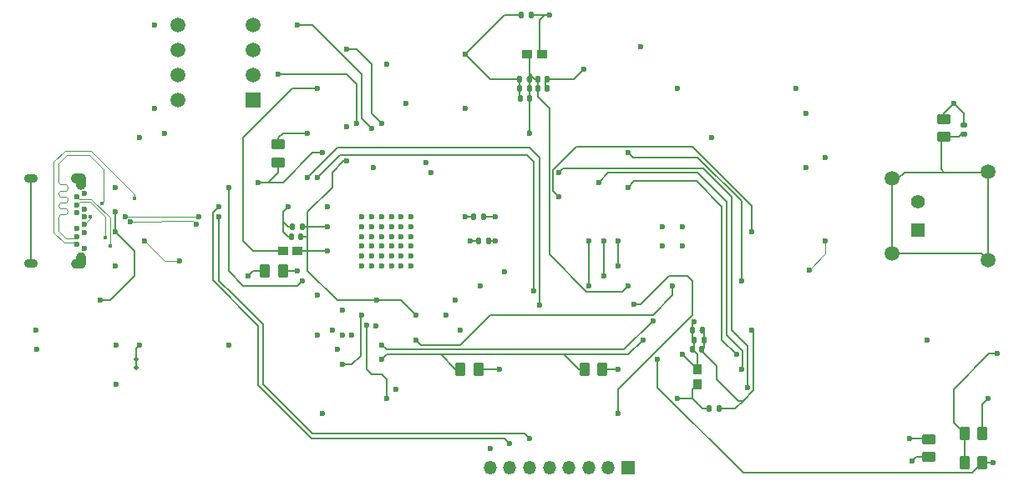
<source format=gbr>
%TF.GenerationSoftware,KiCad,Pcbnew,8.0.2*%
%TF.CreationDate,2025-01-31T23:59:09-08:00*%
%TF.ProjectId,design_revb_2chip,64657369-676e-45f7-9265-76625f326368,rev?*%
%TF.SameCoordinates,Original*%
%TF.FileFunction,Copper,L4,Bot*%
%TF.FilePolarity,Positive*%
%FSLAX46Y46*%
G04 Gerber Fmt 4.6, Leading zero omitted, Abs format (unit mm)*
G04 Created by KiCad (PCBNEW 8.0.2) date 2025-01-31 23:59:09*
%MOMM*%
%LPD*%
G01*
G04 APERTURE LIST*
G04 Aperture macros list*
%AMRoundRect*
0 Rectangle with rounded corners*
0 $1 Rounding radius*
0 $2 $3 $4 $5 $6 $7 $8 $9 X,Y pos of 4 corners*
0 Add a 4 corners polygon primitive as box body*
4,1,4,$2,$3,$4,$5,$6,$7,$8,$9,$2,$3,0*
0 Add four circle primitives for the rounded corners*
1,1,$1+$1,$2,$3*
1,1,$1+$1,$4,$5*
1,1,$1+$1,$6,$7*
1,1,$1+$1,$8,$9*
0 Add four rect primitives between the rounded corners*
20,1,$1+$1,$2,$3,$4,$5,0*
20,1,$1+$1,$4,$5,$6,$7,0*
20,1,$1+$1,$6,$7,$8,$9,0*
20,1,$1+$1,$8,$9,$2,$3,0*%
G04 Aperture macros list end*
%TA.AperFunction,EtchedComponent*%
%ADD10C,0.010000*%
%TD*%
%TA.AperFunction,SMDPad,CuDef*%
%ADD11RoundRect,0.140000X-0.140000X-0.170000X0.140000X-0.170000X0.140000X0.170000X-0.140000X0.170000X0*%
%TD*%
%TA.AperFunction,SMDPad,CuDef*%
%ADD12RoundRect,0.140000X0.140000X0.170000X-0.140000X0.170000X-0.140000X-0.170000X0.140000X-0.170000X0*%
%TD*%
%TA.AperFunction,ComponentPad*%
%ADD13C,0.499999*%
%TD*%
%TA.AperFunction,ComponentPad*%
%ADD14C,0.600000*%
%TD*%
%TA.AperFunction,ComponentPad*%
%ADD15C,0.900000*%
%TD*%
%TA.AperFunction,ComponentPad*%
%ADD16O,1.400000X0.900000*%
%TD*%
%TA.AperFunction,ComponentPad*%
%ADD17R,1.350000X1.350000*%
%TD*%
%TA.AperFunction,ComponentPad*%
%ADD18O,1.350000X1.350000*%
%TD*%
%TA.AperFunction,ComponentPad*%
%ADD19R,1.498600X1.498600*%
%TD*%
%TA.AperFunction,ComponentPad*%
%ADD20C,1.498600*%
%TD*%
%TA.AperFunction,SMDPad,CuDef*%
%ADD21R,1.000000X0.970000*%
%TD*%
%TA.AperFunction,SMDPad,CuDef*%
%ADD22RoundRect,0.250000X-0.262500X-0.450000X0.262500X-0.450000X0.262500X0.450000X-0.262500X0.450000X0*%
%TD*%
%TA.AperFunction,SMDPad,CuDef*%
%ADD23RoundRect,0.250000X-0.450000X0.262500X-0.450000X-0.262500X0.450000X-0.262500X0.450000X0.262500X0*%
%TD*%
%TA.AperFunction,SMDPad,CuDef*%
%ADD24RoundRect,0.250000X0.450000X-0.262500X0.450000X0.262500X-0.450000X0.262500X-0.450000X-0.262500X0*%
%TD*%
%TA.AperFunction,SMDPad,CuDef*%
%ADD25RoundRect,0.140000X0.170000X-0.140000X0.170000X0.140000X-0.170000X0.140000X-0.170000X-0.140000X0*%
%TD*%
%TA.AperFunction,SMDPad,CuDef*%
%ADD26R,0.970000X1.000000*%
%TD*%
%TA.AperFunction,SMDPad,CuDef*%
%ADD27RoundRect,0.250000X0.262500X0.450000X-0.262500X0.450000X-0.262500X-0.450000X0.262500X-0.450000X0*%
%TD*%
%TA.AperFunction,ComponentPad*%
%ADD28R,1.400000X1.400000*%
%TD*%
%TA.AperFunction,ComponentPad*%
%ADD29C,1.400000*%
%TD*%
%TA.AperFunction,ComponentPad*%
%ADD30C,1.500000*%
%TD*%
%TA.AperFunction,ViaPad*%
%ADD31C,0.600000*%
%TD*%
%TA.AperFunction,ViaPad*%
%ADD32C,0.406400*%
%TD*%
%TA.AperFunction,Conductor*%
%ADD33C,0.142700*%
%TD*%
%TA.AperFunction,Conductor*%
%ADD34C,0.113000*%
%TD*%
G04 APERTURE END LIST*
D10*
%TO.C,J4*%
X159524000Y-69121000D02*
X159547000Y-69122000D01*
X159570000Y-69126000D01*
X159594000Y-69130000D01*
X159616000Y-69135000D01*
X159639000Y-69142000D01*
X159661000Y-69150000D01*
X159683000Y-69159000D01*
X159704000Y-69169000D01*
X159725000Y-69180000D01*
X159745000Y-69193000D01*
X159765000Y-69206000D01*
X159783000Y-69220000D01*
X159801000Y-69236000D01*
X159818000Y-69252000D01*
X159834000Y-69269000D01*
X159850000Y-69287000D01*
X159864000Y-69305000D01*
X159877000Y-69325000D01*
X159890000Y-69345000D01*
X159901000Y-69366000D01*
X159911000Y-69387000D01*
X159920000Y-69409000D01*
X159928000Y-69431000D01*
X159935000Y-69454000D01*
X159940000Y-69476000D01*
X159944000Y-69500000D01*
X159948000Y-69523000D01*
X159949000Y-69546000D01*
X159950000Y-69570000D01*
X159950000Y-70220000D01*
X159948000Y-70267000D01*
X159940000Y-70314000D01*
X159928000Y-70359000D01*
X159911000Y-70403000D01*
X159890000Y-70445000D01*
X159864000Y-70485000D01*
X159834000Y-70521000D01*
X159801000Y-70554000D01*
X159765000Y-70584000D01*
X159725000Y-70610000D01*
X159683000Y-70631000D01*
X159639000Y-70648000D01*
X159594000Y-70660000D01*
X159547000Y-70668000D01*
X159500000Y-70670000D01*
X159453000Y-70668000D01*
X159406000Y-70660000D01*
X159361000Y-70648000D01*
X159317000Y-70631000D01*
X159275000Y-70610000D01*
X159235000Y-70584000D01*
X159199000Y-70554000D01*
X159166000Y-70521000D01*
X159136000Y-70485000D01*
X159110000Y-70445000D01*
X159089000Y-70403000D01*
X159072000Y-70359000D01*
X159060000Y-70314000D01*
X159052000Y-70267000D01*
X159050000Y-70220000D01*
X159050000Y-70020000D01*
X159000000Y-70020000D01*
X158953000Y-70018000D01*
X158906000Y-70010000D01*
X158861000Y-69998000D01*
X158817000Y-69981000D01*
X158775000Y-69960000D01*
X158735000Y-69934000D01*
X158699000Y-69904000D01*
X158666000Y-69871000D01*
X158636000Y-69835000D01*
X158610000Y-69795000D01*
X158589000Y-69753000D01*
X158572000Y-69709000D01*
X158560000Y-69664000D01*
X158552000Y-69617000D01*
X158550000Y-69570000D01*
X158552000Y-69523000D01*
X158560000Y-69476000D01*
X158572000Y-69431000D01*
X158589000Y-69387000D01*
X158610000Y-69345000D01*
X158636000Y-69305000D01*
X158666000Y-69269000D01*
X158699000Y-69236000D01*
X158735000Y-69206000D01*
X158775000Y-69180000D01*
X158817000Y-69159000D01*
X158861000Y-69142000D01*
X158906000Y-69130000D01*
X158953000Y-69122000D01*
X159000000Y-69120000D01*
X159500000Y-69120000D01*
X159524000Y-69121000D01*
%TA.AperFunction,EtchedComponent*%
G36*
X159524000Y-69121000D02*
G01*
X159547000Y-69122000D01*
X159570000Y-69126000D01*
X159594000Y-69130000D01*
X159616000Y-69135000D01*
X159639000Y-69142000D01*
X159661000Y-69150000D01*
X159683000Y-69159000D01*
X159704000Y-69169000D01*
X159725000Y-69180000D01*
X159745000Y-69193000D01*
X159765000Y-69206000D01*
X159783000Y-69220000D01*
X159801000Y-69236000D01*
X159818000Y-69252000D01*
X159834000Y-69269000D01*
X159850000Y-69287000D01*
X159864000Y-69305000D01*
X159877000Y-69325000D01*
X159890000Y-69345000D01*
X159901000Y-69366000D01*
X159911000Y-69387000D01*
X159920000Y-69409000D01*
X159928000Y-69431000D01*
X159935000Y-69454000D01*
X159940000Y-69476000D01*
X159944000Y-69500000D01*
X159948000Y-69523000D01*
X159949000Y-69546000D01*
X159950000Y-69570000D01*
X159950000Y-70220000D01*
X159948000Y-70267000D01*
X159940000Y-70314000D01*
X159928000Y-70359000D01*
X159911000Y-70403000D01*
X159890000Y-70445000D01*
X159864000Y-70485000D01*
X159834000Y-70521000D01*
X159801000Y-70554000D01*
X159765000Y-70584000D01*
X159725000Y-70610000D01*
X159683000Y-70631000D01*
X159639000Y-70648000D01*
X159594000Y-70660000D01*
X159547000Y-70668000D01*
X159500000Y-70670000D01*
X159453000Y-70668000D01*
X159406000Y-70660000D01*
X159361000Y-70648000D01*
X159317000Y-70631000D01*
X159275000Y-70610000D01*
X159235000Y-70584000D01*
X159199000Y-70554000D01*
X159166000Y-70521000D01*
X159136000Y-70485000D01*
X159110000Y-70445000D01*
X159089000Y-70403000D01*
X159072000Y-70359000D01*
X159060000Y-70314000D01*
X159052000Y-70267000D01*
X159050000Y-70220000D01*
X159050000Y-70020000D01*
X159000000Y-70020000D01*
X158953000Y-70018000D01*
X158906000Y-70010000D01*
X158861000Y-69998000D01*
X158817000Y-69981000D01*
X158775000Y-69960000D01*
X158735000Y-69934000D01*
X158699000Y-69904000D01*
X158666000Y-69871000D01*
X158636000Y-69835000D01*
X158610000Y-69795000D01*
X158589000Y-69753000D01*
X158572000Y-69709000D01*
X158560000Y-69664000D01*
X158552000Y-69617000D01*
X158550000Y-69570000D01*
X158552000Y-69523000D01*
X158560000Y-69476000D01*
X158572000Y-69431000D01*
X158589000Y-69387000D01*
X158610000Y-69345000D01*
X158636000Y-69305000D01*
X158666000Y-69269000D01*
X158699000Y-69236000D01*
X158735000Y-69206000D01*
X158775000Y-69180000D01*
X158817000Y-69159000D01*
X158861000Y-69142000D01*
X158906000Y-69130000D01*
X158953000Y-69122000D01*
X159000000Y-69120000D01*
X159500000Y-69120000D01*
X159524000Y-69121000D01*
G37*
%TD.AperFunction*%
X159524000Y-69121000D02*
X159547000Y-69122000D01*
X159570000Y-69126000D01*
X159594000Y-69130000D01*
X159616000Y-69135000D01*
X159639000Y-69142000D01*
X159661000Y-69150000D01*
X159683000Y-69159000D01*
X159704000Y-69169000D01*
X159725000Y-69180000D01*
X159745000Y-69193000D01*
X159765000Y-69206000D01*
X159783000Y-69220000D01*
X159801000Y-69236000D01*
X159818000Y-69252000D01*
X159834000Y-69269000D01*
X159850000Y-69287000D01*
X159864000Y-69305000D01*
X159877000Y-69325000D01*
X159890000Y-69345000D01*
X159901000Y-69366000D01*
X159911000Y-69387000D01*
X159920000Y-69409000D01*
X159928000Y-69431000D01*
X159935000Y-69454000D01*
X159940000Y-69476000D01*
X159944000Y-69500000D01*
X159948000Y-69523000D01*
X159949000Y-69546000D01*
X159950000Y-69570000D01*
X159950000Y-70220000D01*
X159948000Y-70267000D01*
X159940000Y-70314000D01*
X159928000Y-70359000D01*
X159911000Y-70403000D01*
X159890000Y-70445000D01*
X159864000Y-70485000D01*
X159834000Y-70521000D01*
X159801000Y-70554000D01*
X159765000Y-70584000D01*
X159725000Y-70610000D01*
X159683000Y-70631000D01*
X159639000Y-70648000D01*
X159594000Y-70660000D01*
X159547000Y-70668000D01*
X159500000Y-70670000D01*
X159453000Y-70668000D01*
X159406000Y-70660000D01*
X159361000Y-70648000D01*
X159317000Y-70631000D01*
X159275000Y-70610000D01*
X159235000Y-70584000D01*
X159199000Y-70554000D01*
X159166000Y-70521000D01*
X159136000Y-70485000D01*
X159110000Y-70445000D01*
X159089000Y-70403000D01*
X159072000Y-70359000D01*
X159060000Y-70314000D01*
X159052000Y-70267000D01*
X159050000Y-70220000D01*
X159050000Y-70020000D01*
X159000000Y-70020000D01*
X158953000Y-70018000D01*
X158906000Y-70010000D01*
X158861000Y-69998000D01*
X158817000Y-69981000D01*
X158775000Y-69960000D01*
X158735000Y-69934000D01*
X158699000Y-69904000D01*
X158666000Y-69871000D01*
X158636000Y-69835000D01*
X158610000Y-69795000D01*
X158589000Y-69753000D01*
X158572000Y-69709000D01*
X158560000Y-69664000D01*
X158552000Y-69617000D01*
X158550000Y-69570000D01*
X158552000Y-69523000D01*
X158560000Y-69476000D01*
X158572000Y-69431000D01*
X158589000Y-69387000D01*
X158610000Y-69345000D01*
X158636000Y-69305000D01*
X158666000Y-69269000D01*
X158699000Y-69236000D01*
X158735000Y-69206000D01*
X158775000Y-69180000D01*
X158817000Y-69159000D01*
X158861000Y-69142000D01*
X158906000Y-69130000D01*
X158953000Y-69122000D01*
X159000000Y-69120000D01*
X159500000Y-69120000D01*
X159524000Y-69121000D01*
%TA.AperFunction,EtchedComponent*%
G36*
X159524000Y-69121000D02*
G01*
X159547000Y-69122000D01*
X159570000Y-69126000D01*
X159594000Y-69130000D01*
X159616000Y-69135000D01*
X159639000Y-69142000D01*
X159661000Y-69150000D01*
X159683000Y-69159000D01*
X159704000Y-69169000D01*
X159725000Y-69180000D01*
X159745000Y-69193000D01*
X159765000Y-69206000D01*
X159783000Y-69220000D01*
X159801000Y-69236000D01*
X159818000Y-69252000D01*
X159834000Y-69269000D01*
X159850000Y-69287000D01*
X159864000Y-69305000D01*
X159877000Y-69325000D01*
X159890000Y-69345000D01*
X159901000Y-69366000D01*
X159911000Y-69387000D01*
X159920000Y-69409000D01*
X159928000Y-69431000D01*
X159935000Y-69454000D01*
X159940000Y-69476000D01*
X159944000Y-69500000D01*
X159948000Y-69523000D01*
X159949000Y-69546000D01*
X159950000Y-69570000D01*
X159950000Y-70220000D01*
X159948000Y-70267000D01*
X159940000Y-70314000D01*
X159928000Y-70359000D01*
X159911000Y-70403000D01*
X159890000Y-70445000D01*
X159864000Y-70485000D01*
X159834000Y-70521000D01*
X159801000Y-70554000D01*
X159765000Y-70584000D01*
X159725000Y-70610000D01*
X159683000Y-70631000D01*
X159639000Y-70648000D01*
X159594000Y-70660000D01*
X159547000Y-70668000D01*
X159500000Y-70670000D01*
X159453000Y-70668000D01*
X159406000Y-70660000D01*
X159361000Y-70648000D01*
X159317000Y-70631000D01*
X159275000Y-70610000D01*
X159235000Y-70584000D01*
X159199000Y-70554000D01*
X159166000Y-70521000D01*
X159136000Y-70485000D01*
X159110000Y-70445000D01*
X159089000Y-70403000D01*
X159072000Y-70359000D01*
X159060000Y-70314000D01*
X159052000Y-70267000D01*
X159050000Y-70220000D01*
X159050000Y-70020000D01*
X159000000Y-70020000D01*
X158953000Y-70018000D01*
X158906000Y-70010000D01*
X158861000Y-69998000D01*
X158817000Y-69981000D01*
X158775000Y-69960000D01*
X158735000Y-69934000D01*
X158699000Y-69904000D01*
X158666000Y-69871000D01*
X158636000Y-69835000D01*
X158610000Y-69795000D01*
X158589000Y-69753000D01*
X158572000Y-69709000D01*
X158560000Y-69664000D01*
X158552000Y-69617000D01*
X158550000Y-69570000D01*
X158552000Y-69523000D01*
X158560000Y-69476000D01*
X158572000Y-69431000D01*
X158589000Y-69387000D01*
X158610000Y-69345000D01*
X158636000Y-69305000D01*
X158666000Y-69269000D01*
X158699000Y-69236000D01*
X158735000Y-69206000D01*
X158775000Y-69180000D01*
X158817000Y-69159000D01*
X158861000Y-69142000D01*
X158906000Y-69130000D01*
X158953000Y-69122000D01*
X159000000Y-69120000D01*
X159500000Y-69120000D01*
X159524000Y-69121000D01*
G37*
%TD.AperFunction*%
X159547000Y-77132000D02*
X159594000Y-77140000D01*
X159639000Y-77152000D01*
X159683000Y-77169000D01*
X159725000Y-77190000D01*
X159765000Y-77216000D01*
X159801000Y-77246000D01*
X159834000Y-77279000D01*
X159864000Y-77315000D01*
X159890000Y-77355000D01*
X159911000Y-77397000D01*
X159928000Y-77441000D01*
X159940000Y-77486000D01*
X159948000Y-77533000D01*
X159950000Y-77580000D01*
X159950000Y-78230000D01*
X159949000Y-78254000D01*
X159948000Y-78277000D01*
X159944000Y-78300000D01*
X159940000Y-78324000D01*
X159935000Y-78346000D01*
X159928000Y-78369000D01*
X159920000Y-78391000D01*
X159911000Y-78413000D01*
X159901000Y-78434000D01*
X159890000Y-78455000D01*
X159877000Y-78475000D01*
X159864000Y-78495000D01*
X159850000Y-78513000D01*
X159834000Y-78531000D01*
X159818000Y-78548000D01*
X159801000Y-78564000D01*
X159783000Y-78580000D01*
X159765000Y-78594000D01*
X159745000Y-78607000D01*
X159725000Y-78620000D01*
X159704000Y-78631000D01*
X159683000Y-78641000D01*
X159661000Y-78650000D01*
X159639000Y-78658000D01*
X159616000Y-78665000D01*
X159594000Y-78670000D01*
X159570000Y-78674000D01*
X159547000Y-78678000D01*
X159524000Y-78679000D01*
X159500000Y-78680000D01*
X159000000Y-78680000D01*
X158953000Y-78678000D01*
X158906000Y-78670000D01*
X158861000Y-78658000D01*
X158817000Y-78641000D01*
X158775000Y-78620000D01*
X158735000Y-78594000D01*
X158699000Y-78564000D01*
X158666000Y-78531000D01*
X158636000Y-78495000D01*
X158610000Y-78455000D01*
X158589000Y-78413000D01*
X158572000Y-78369000D01*
X158560000Y-78324000D01*
X158552000Y-78277000D01*
X158550000Y-78230000D01*
X158552000Y-78183000D01*
X158560000Y-78136000D01*
X158572000Y-78091000D01*
X158589000Y-78047000D01*
X158610000Y-78005000D01*
X158636000Y-77965000D01*
X158666000Y-77929000D01*
X158699000Y-77896000D01*
X158735000Y-77866000D01*
X158775000Y-77840000D01*
X158817000Y-77819000D01*
X158861000Y-77802000D01*
X158906000Y-77790000D01*
X158953000Y-77782000D01*
X159000000Y-77780000D01*
X159050000Y-77780000D01*
X159050000Y-77580000D01*
X159052000Y-77533000D01*
X159060000Y-77486000D01*
X159072000Y-77441000D01*
X159089000Y-77397000D01*
X159110000Y-77355000D01*
X159136000Y-77315000D01*
X159166000Y-77279000D01*
X159199000Y-77246000D01*
X159235000Y-77216000D01*
X159275000Y-77190000D01*
X159317000Y-77169000D01*
X159361000Y-77152000D01*
X159406000Y-77140000D01*
X159453000Y-77132000D01*
X159500000Y-77130000D01*
X159547000Y-77132000D01*
%TA.AperFunction,EtchedComponent*%
G36*
X159547000Y-77132000D02*
G01*
X159594000Y-77140000D01*
X159639000Y-77152000D01*
X159683000Y-77169000D01*
X159725000Y-77190000D01*
X159765000Y-77216000D01*
X159801000Y-77246000D01*
X159834000Y-77279000D01*
X159864000Y-77315000D01*
X159890000Y-77355000D01*
X159911000Y-77397000D01*
X159928000Y-77441000D01*
X159940000Y-77486000D01*
X159948000Y-77533000D01*
X159950000Y-77580000D01*
X159950000Y-78230000D01*
X159949000Y-78254000D01*
X159948000Y-78277000D01*
X159944000Y-78300000D01*
X159940000Y-78324000D01*
X159935000Y-78346000D01*
X159928000Y-78369000D01*
X159920000Y-78391000D01*
X159911000Y-78413000D01*
X159901000Y-78434000D01*
X159890000Y-78455000D01*
X159877000Y-78475000D01*
X159864000Y-78495000D01*
X159850000Y-78513000D01*
X159834000Y-78531000D01*
X159818000Y-78548000D01*
X159801000Y-78564000D01*
X159783000Y-78580000D01*
X159765000Y-78594000D01*
X159745000Y-78607000D01*
X159725000Y-78620000D01*
X159704000Y-78631000D01*
X159683000Y-78641000D01*
X159661000Y-78650000D01*
X159639000Y-78658000D01*
X159616000Y-78665000D01*
X159594000Y-78670000D01*
X159570000Y-78674000D01*
X159547000Y-78678000D01*
X159524000Y-78679000D01*
X159500000Y-78680000D01*
X159000000Y-78680000D01*
X158953000Y-78678000D01*
X158906000Y-78670000D01*
X158861000Y-78658000D01*
X158817000Y-78641000D01*
X158775000Y-78620000D01*
X158735000Y-78594000D01*
X158699000Y-78564000D01*
X158666000Y-78531000D01*
X158636000Y-78495000D01*
X158610000Y-78455000D01*
X158589000Y-78413000D01*
X158572000Y-78369000D01*
X158560000Y-78324000D01*
X158552000Y-78277000D01*
X158550000Y-78230000D01*
X158552000Y-78183000D01*
X158560000Y-78136000D01*
X158572000Y-78091000D01*
X158589000Y-78047000D01*
X158610000Y-78005000D01*
X158636000Y-77965000D01*
X158666000Y-77929000D01*
X158699000Y-77896000D01*
X158735000Y-77866000D01*
X158775000Y-77840000D01*
X158817000Y-77819000D01*
X158861000Y-77802000D01*
X158906000Y-77790000D01*
X158953000Y-77782000D01*
X159000000Y-77780000D01*
X159050000Y-77780000D01*
X159050000Y-77580000D01*
X159052000Y-77533000D01*
X159060000Y-77486000D01*
X159072000Y-77441000D01*
X159089000Y-77397000D01*
X159110000Y-77355000D01*
X159136000Y-77315000D01*
X159166000Y-77279000D01*
X159199000Y-77246000D01*
X159235000Y-77216000D01*
X159275000Y-77190000D01*
X159317000Y-77169000D01*
X159361000Y-77152000D01*
X159406000Y-77140000D01*
X159453000Y-77132000D01*
X159500000Y-77130000D01*
X159547000Y-77132000D01*
G37*
%TD.AperFunction*%
X159547000Y-77132000D02*
X159594000Y-77140000D01*
X159639000Y-77152000D01*
X159683000Y-77169000D01*
X159725000Y-77190000D01*
X159765000Y-77216000D01*
X159801000Y-77246000D01*
X159834000Y-77279000D01*
X159864000Y-77315000D01*
X159890000Y-77355000D01*
X159911000Y-77397000D01*
X159928000Y-77441000D01*
X159940000Y-77486000D01*
X159948000Y-77533000D01*
X159950000Y-77580000D01*
X159950000Y-78230000D01*
X159949000Y-78254000D01*
X159948000Y-78277000D01*
X159944000Y-78300000D01*
X159940000Y-78324000D01*
X159935000Y-78346000D01*
X159928000Y-78369000D01*
X159920000Y-78391000D01*
X159911000Y-78413000D01*
X159901000Y-78434000D01*
X159890000Y-78455000D01*
X159877000Y-78475000D01*
X159864000Y-78495000D01*
X159850000Y-78513000D01*
X159834000Y-78531000D01*
X159818000Y-78548000D01*
X159801000Y-78564000D01*
X159783000Y-78580000D01*
X159765000Y-78594000D01*
X159745000Y-78607000D01*
X159725000Y-78620000D01*
X159704000Y-78631000D01*
X159683000Y-78641000D01*
X159661000Y-78650000D01*
X159639000Y-78658000D01*
X159616000Y-78665000D01*
X159594000Y-78670000D01*
X159570000Y-78674000D01*
X159547000Y-78678000D01*
X159524000Y-78679000D01*
X159500000Y-78680000D01*
X159000000Y-78680000D01*
X158953000Y-78678000D01*
X158906000Y-78670000D01*
X158861000Y-78658000D01*
X158817000Y-78641000D01*
X158775000Y-78620000D01*
X158735000Y-78594000D01*
X158699000Y-78564000D01*
X158666000Y-78531000D01*
X158636000Y-78495000D01*
X158610000Y-78455000D01*
X158589000Y-78413000D01*
X158572000Y-78369000D01*
X158560000Y-78324000D01*
X158552000Y-78277000D01*
X158550000Y-78230000D01*
X158552000Y-78183000D01*
X158560000Y-78136000D01*
X158572000Y-78091000D01*
X158589000Y-78047000D01*
X158610000Y-78005000D01*
X158636000Y-77965000D01*
X158666000Y-77929000D01*
X158699000Y-77896000D01*
X158735000Y-77866000D01*
X158775000Y-77840000D01*
X158817000Y-77819000D01*
X158861000Y-77802000D01*
X158906000Y-77790000D01*
X158953000Y-77782000D01*
X159000000Y-77780000D01*
X159050000Y-77780000D01*
X159050000Y-77580000D01*
X159052000Y-77533000D01*
X159060000Y-77486000D01*
X159072000Y-77441000D01*
X159089000Y-77397000D01*
X159110000Y-77355000D01*
X159136000Y-77315000D01*
X159166000Y-77279000D01*
X159199000Y-77246000D01*
X159235000Y-77216000D01*
X159275000Y-77190000D01*
X159317000Y-77169000D01*
X159361000Y-77152000D01*
X159406000Y-77140000D01*
X159453000Y-77132000D01*
X159500000Y-77130000D01*
X159547000Y-77132000D01*
%TA.AperFunction,EtchedComponent*%
G36*
X159547000Y-77132000D02*
G01*
X159594000Y-77140000D01*
X159639000Y-77152000D01*
X159683000Y-77169000D01*
X159725000Y-77190000D01*
X159765000Y-77216000D01*
X159801000Y-77246000D01*
X159834000Y-77279000D01*
X159864000Y-77315000D01*
X159890000Y-77355000D01*
X159911000Y-77397000D01*
X159928000Y-77441000D01*
X159940000Y-77486000D01*
X159948000Y-77533000D01*
X159950000Y-77580000D01*
X159950000Y-78230000D01*
X159949000Y-78254000D01*
X159948000Y-78277000D01*
X159944000Y-78300000D01*
X159940000Y-78324000D01*
X159935000Y-78346000D01*
X159928000Y-78369000D01*
X159920000Y-78391000D01*
X159911000Y-78413000D01*
X159901000Y-78434000D01*
X159890000Y-78455000D01*
X159877000Y-78475000D01*
X159864000Y-78495000D01*
X159850000Y-78513000D01*
X159834000Y-78531000D01*
X159818000Y-78548000D01*
X159801000Y-78564000D01*
X159783000Y-78580000D01*
X159765000Y-78594000D01*
X159745000Y-78607000D01*
X159725000Y-78620000D01*
X159704000Y-78631000D01*
X159683000Y-78641000D01*
X159661000Y-78650000D01*
X159639000Y-78658000D01*
X159616000Y-78665000D01*
X159594000Y-78670000D01*
X159570000Y-78674000D01*
X159547000Y-78678000D01*
X159524000Y-78679000D01*
X159500000Y-78680000D01*
X159000000Y-78680000D01*
X158953000Y-78678000D01*
X158906000Y-78670000D01*
X158861000Y-78658000D01*
X158817000Y-78641000D01*
X158775000Y-78620000D01*
X158735000Y-78594000D01*
X158699000Y-78564000D01*
X158666000Y-78531000D01*
X158636000Y-78495000D01*
X158610000Y-78455000D01*
X158589000Y-78413000D01*
X158572000Y-78369000D01*
X158560000Y-78324000D01*
X158552000Y-78277000D01*
X158550000Y-78230000D01*
X158552000Y-78183000D01*
X158560000Y-78136000D01*
X158572000Y-78091000D01*
X158589000Y-78047000D01*
X158610000Y-78005000D01*
X158636000Y-77965000D01*
X158666000Y-77929000D01*
X158699000Y-77896000D01*
X158735000Y-77866000D01*
X158775000Y-77840000D01*
X158817000Y-77819000D01*
X158861000Y-77802000D01*
X158906000Y-77790000D01*
X158953000Y-77782000D01*
X159000000Y-77780000D01*
X159050000Y-77780000D01*
X159050000Y-77580000D01*
X159052000Y-77533000D01*
X159060000Y-77486000D01*
X159072000Y-77441000D01*
X159089000Y-77397000D01*
X159110000Y-77355000D01*
X159136000Y-77315000D01*
X159166000Y-77279000D01*
X159199000Y-77246000D01*
X159235000Y-77216000D01*
X159275000Y-77190000D01*
X159317000Y-77169000D01*
X159361000Y-77152000D01*
X159406000Y-77140000D01*
X159453000Y-77132000D01*
X159500000Y-77130000D01*
X159547000Y-77132000D01*
G37*
%TD.AperFunction*%
%TD*%
D11*
%TO.P,C45,1*%
%TO.N,GND*%
X204040000Y-61500000D03*
%TO.P,C45,2*%
%TO.N,/ETH_SIDE/VddioA*%
X205000000Y-61500000D03*
%TD*%
D12*
%TO.P,C30,1*%
%TO.N,VDD33A*%
X205160000Y-53000000D03*
%TO.P,C30,2*%
%TO.N,GND*%
X204200000Y-53000000D03*
%TD*%
D11*
%TO.P,C32,1*%
%TO.N,VDD33A*%
X223245000Y-93000000D03*
%TO.P,C32,2*%
%TO.N,GND*%
X224205000Y-93000000D03*
%TD*%
D13*
%TO.P,U2,V*%
%TO.N,N/C*%
X165087500Y-88000000D03*
X165087500Y-88799998D03*
%TD*%
D14*
%TO.P,J4,B1,GND__2*%
%TO.N,GND*%
X159850000Y-76700000D03*
%TO.P,J4,B2,SSTXP2*%
%TO.N,/USB_SIDE/USB3_TXP*%
X159150000Y-76300000D03*
%TO.P,J4,B3,SSTXN2*%
%TO.N,/USB_SIDE/USB3_TXN*%
X159150000Y-75500000D03*
%TO.P,J4,B4,VBUS__2*%
%TO.N,VBUS*%
X159850000Y-75100000D03*
%TO.P,J4,B5,CC2*%
%TO.N,unconnected-(J4-CC2-PadB5)*%
X159150000Y-74700000D03*
%TO.P,J4,B6,DP2*%
%TO.N,/USB_SIDE/USB2_P*%
X159850000Y-74300000D03*
%TO.P,J4,B7,DN2*%
%TO.N,/USB_SIDE/USB2_N*%
X159850000Y-73500000D03*
%TO.P,J4,B8,SBU2*%
%TO.N,unconnected-(J4-SBU2-PadB8)*%
X159150000Y-73100000D03*
%TO.P,J4,B9,VBUS__3*%
%TO.N,VBUS*%
X159850000Y-72700000D03*
%TO.P,J4,B10,SSRXN1*%
%TO.N,/USB_SIDE/USB3_RXN*%
X159150000Y-72300000D03*
%TO.P,J4,B11,SSRXP1*%
%TO.N,/USB_SIDE/USB3_RXP*%
X159150000Y-71500000D03*
%TO.P,J4,B12,GND__3*%
%TO.N,GND*%
X159850000Y-71100000D03*
D15*
%TO.P,J4,SH1,SHIELD*%
%TO.N,USB_SHIELD*%
X159000000Y-78230000D03*
%TO.P,J4,SH2,SHIELD__1*%
X159000000Y-69570000D03*
D16*
%TO.P,J4,SH3,SHIELD__2*%
X154500000Y-69570000D03*
%TO.P,J4,SH4,SHIELD__3*%
X154500000Y-78230000D03*
%TD*%
D17*
%TO.P,J2,1,Pin_1*%
%TO.N,GPIO10*%
X215000000Y-99000000D03*
D18*
%TO.P,J2,2,Pin_2*%
%TO.N,GPIO9*%
X213000000Y-99000000D03*
%TO.P,J2,3,Pin_3*%
%TO.N,GPIO8*%
X211000000Y-99000000D03*
%TO.P,J2,4,Pin_4*%
%TO.N,GPIO7*%
X209000000Y-99000000D03*
%TO.P,J2,5,Pin_5*%
%TO.N,GPIO6*%
X207000000Y-99000000D03*
%TO.P,J2,6,Pin_6*%
%TO.N,GPIO5*%
X205000000Y-99000000D03*
%TO.P,J2,7,Pin_7*%
%TO.N,GPIO4*%
X203000000Y-99000000D03*
%TO.P,J2,8,Pin_8*%
%TO.N,GND*%
X201000000Y-99000000D03*
%TD*%
D19*
%TO.P,U3,1,CS*%
%TO.N,Net-(U1-EECS{slash}GPIO0)*%
X177000000Y-61620000D03*
D20*
%TO.P,U3,2,CLK*%
%TO.N,Net-(U1-EECLK{slash}GPIO3)*%
X177000000Y-59080000D03*
%TO.P,U3,3,DI*%
%TO.N,Net-(U1-EEDI{slash}GPIO1)*%
X177000000Y-56540000D03*
%TO.P,U3,4,DO*%
%TO.N,Net-(U1-EEDO{slash}GPIO2)*%
X177000000Y-54000000D03*
%TO.P,U3,5,VSS*%
%TO.N,GND*%
X169380000Y-54000000D03*
%TO.P,U3,6,ORG*%
%TO.N,Net-(U3-ORG)*%
X169380000Y-56540000D03*
%TO.P,U3,7,NC*%
%TO.N,unconnected-(U3-NC-Pad7)*%
X169380000Y-59080000D03*
%TO.P,U3,8,VCC*%
%TO.N,VDD33A*%
X169380000Y-61620000D03*
%TD*%
D21*
%TO.P,FB1,1*%
%TO.N,VDD12A*%
X181500000Y-77000000D03*
%TO.P,FB1,2*%
%TO.N,VDD12*%
X180030000Y-77000000D03*
%TD*%
%TO.P,FL2,1*%
%TO.N,VDD33A*%
X206235000Y-57000000D03*
%TO.P,FL2,2*%
%TO.N,/ETH_SIDE/VddioA*%
X204765000Y-57000000D03*
%TD*%
D22*
%TO.P,R22,1*%
%TO.N,GND*%
X249087500Y-95500000D03*
%TO.P,R22,2*%
%TO.N,Net-(D4-K)*%
X250912500Y-95500000D03*
%TD*%
%TO.P,R1,1*%
%TO.N,MDIO*%
X198000000Y-89000000D03*
%TO.P,R1,2*%
%TO.N,VDD33A*%
X199825000Y-89000000D03*
%TD*%
D23*
%TO.P,R21,1*%
%TO.N,/ETH_SIDE/LED_0_STRP_ON*%
X245500000Y-96087500D03*
%TO.P,R21,2*%
%TO.N,VDD33A*%
X245500000Y-97912500D03*
%TD*%
D24*
%TO.P,R7,1*%
%TO.N,RESET_N*%
X179500000Y-68000000D03*
%TO.P,R7,2*%
%TO.N,VDD33A*%
X179500000Y-66175000D03*
%TD*%
D22*
%TO.P,R10,1*%
%TO.N,GND*%
X178175000Y-79000000D03*
%TO.P,R10,2*%
%TO.N,TEST*%
X180000000Y-79000000D03*
%TD*%
D11*
%TO.P,C35,1*%
%TO.N,GND*%
X204020000Y-59500000D03*
%TO.P,C35,2*%
%TO.N,/ETH_SIDE/VddioA*%
X204980000Y-59500000D03*
%TD*%
D23*
%TO.P,R30,1*%
%TO.N,GND*%
X247000000Y-63587500D03*
%TO.P,R30,2*%
%TO.N,Net-(J3-GND_1)*%
X247000000Y-65412500D03*
%TD*%
D25*
%TO.P,C50,1*%
%TO.N,Net-(J3-GND_1)*%
X249000000Y-65135000D03*
%TO.P,C50,2*%
%TO.N,GND*%
X249000000Y-64175000D03*
%TD*%
D11*
%TO.P,C12,1*%
%TO.N,VDD33A*%
X199865000Y-76000000D03*
%TO.P,C12,2*%
%TO.N,GND*%
X200825000Y-76000000D03*
%TD*%
D12*
%TO.P,C11,1*%
%TO.N,VDD12A*%
X181800000Y-75500000D03*
%TO.P,C11,2*%
%TO.N,GND*%
X180840000Y-75500000D03*
%TD*%
D11*
%TO.P,C4,1*%
%TO.N,VDD33A*%
X199365000Y-73500000D03*
%TO.P,C4,2*%
%TO.N,GND*%
X200325000Y-73500000D03*
%TD*%
D26*
%TO.P,FL4,1*%
%TO.N,VDD33A*%
X222000000Y-90500000D03*
%TO.P,FL4,2*%
%TO.N,/ETH_SIDE/Vdda3p3*%
X222000000Y-89030000D03*
%TD*%
D11*
%TO.P,C40,1*%
%TO.N,GND*%
X204020000Y-60500000D03*
%TO.P,C40,2*%
%TO.N,/ETH_SIDE/VddioA*%
X204980000Y-60500000D03*
%TD*%
D12*
%TO.P,C48,1*%
%TO.N,GND*%
X222500000Y-85000000D03*
%TO.P,C48,2*%
%TO.N,/ETH_SIDE/Vdda3p3*%
X221540000Y-85000000D03*
%TD*%
%TO.P,C43,1*%
%TO.N,GND*%
X222660000Y-86000000D03*
%TO.P,C43,2*%
%TO.N,/ETH_SIDE/Vdda3p3*%
X221700000Y-86000000D03*
%TD*%
D11*
%TO.P,C36,1*%
%TO.N,/ETH_SIDE/VddioA*%
X205840000Y-59500000D03*
%TO.P,C36,2*%
%TO.N,GND*%
X206800000Y-59500000D03*
%TD*%
%TO.P,C44,1*%
%TO.N,/ETH_SIDE/VddioA*%
X205840000Y-60500000D03*
%TO.P,C44,2*%
%TO.N,GND*%
X206800000Y-60500000D03*
%TD*%
D27*
%TO.P,R24,1*%
%TO.N,/ETH_SIDE/LED_1*%
X250912500Y-98500000D03*
%TO.P,R24,2*%
%TO.N,GND*%
X249087500Y-98500000D03*
%TD*%
D12*
%TO.P,C9,1*%
%TO.N,VDD12A*%
X181960000Y-74500000D03*
%TO.P,C9,2*%
%TO.N,GND*%
X181000000Y-74500000D03*
%TD*%
D28*
%TO.P,J3,1,BI_DA+*%
%TO.N,/ETH_SIDE/BI_DA+*%
X244351048Y-74819040D03*
D29*
%TO.P,J3,2,BI_DA-*%
%TO.N,/ETH_SIDE/BI_DA-*%
X244351048Y-72019040D03*
D30*
%TO.P,J3,3,GND_1*%
%TO.N,Net-(J3-GND_1)*%
X241751048Y-69619040D03*
%TO.P,J3,4,GND_2*%
X241751048Y-77219040D03*
%TO.P,J3,5,GND_3*%
X251501048Y-68969040D03*
%TO.P,J3,6,GND_4*%
X251501048Y-77869040D03*
%TD*%
D27*
%TO.P,R20,1*%
%TO.N,GND*%
X212412500Y-89000000D03*
%TO.P,R20,2*%
%TO.N,MDIO*%
X210587500Y-89000000D03*
%TD*%
D12*
%TO.P,C39,1*%
%TO.N,GND*%
X222480000Y-87000000D03*
%TO.P,C39,2*%
%TO.N,/ETH_SIDE/Vdda3p3*%
X221520000Y-87000000D03*
%TD*%
D31*
%TO.N,GND*%
X223500000Y-65500000D03*
X192000000Y-76500000D03*
X192000000Y-74500000D03*
X233000000Y-63000000D03*
X189000000Y-76500000D03*
X220500000Y-76500000D03*
X189000000Y-75500000D03*
X188000000Y-74500000D03*
X180500000Y-72500000D03*
X189000000Y-73500000D03*
X214000000Y-89000000D03*
X191000000Y-76500000D03*
X218500000Y-76500000D03*
X193000000Y-73500000D03*
X189000000Y-78500000D03*
X193000000Y-75500000D03*
X163000000Y-78500000D03*
X220500000Y-74500000D03*
X194500000Y-68000000D03*
X189000000Y-77500000D03*
X193000000Y-78500000D03*
X183500000Y-85500000D03*
X200007231Y-80507232D03*
X210500000Y-58500000D03*
X191000000Y-73500000D03*
X185000000Y-85000000D03*
X189000000Y-74500000D03*
X155087500Y-87000000D03*
X167000000Y-54000000D03*
X189424407Y-84619715D03*
X188000000Y-76500000D03*
X190000000Y-78500000D03*
X190500000Y-58000000D03*
X191000000Y-77500000D03*
X192000000Y-73500000D03*
X193000000Y-74500000D03*
X188000000Y-78500000D03*
X191000000Y-74500000D03*
X216287863Y-56208422D03*
X188000000Y-73500000D03*
X233000000Y-68500000D03*
X190000000Y-74500000D03*
X163087500Y-86500000D03*
X186000000Y-85500000D03*
X185500000Y-87000000D03*
X252387335Y-87387335D03*
X163087500Y-90500000D03*
X191500000Y-91000000D03*
X190000000Y-77500000D03*
X198500000Y-57000000D03*
X192000000Y-77500000D03*
X191000000Y-75500000D03*
X184000000Y-93500000D03*
X248000000Y-62000000D03*
X188000000Y-75500000D03*
X201500000Y-73500000D03*
X165500000Y-86500000D03*
X193000000Y-77500000D03*
X192000000Y-78500000D03*
X190000000Y-73500000D03*
X193000000Y-76500000D03*
X186500000Y-64345000D03*
X201500000Y-76000000D03*
X235000000Y-67500000D03*
X190000000Y-75500000D03*
X155000000Y-85000000D03*
X165500000Y-65500000D03*
X192000000Y-75500000D03*
X227500000Y-85000000D03*
X191000000Y-78500000D03*
X163000000Y-70500000D03*
X201000000Y-97000000D03*
X198500000Y-62500000D03*
X188000000Y-77500000D03*
X198000000Y-85000000D03*
X190000000Y-76500000D03*
X220000000Y-60500000D03*
X196500000Y-83510416D03*
X176500000Y-79500000D03*
X218500000Y-74500000D03*
%TO.N,VDD33A*%
X189149999Y-68500000D03*
X183500000Y-81500000D03*
X195000000Y-69000000D03*
X187000000Y-85500000D03*
X243801827Y-98301827D03*
X174500000Y-86500000D03*
X198500000Y-73500000D03*
X199000000Y-76000000D03*
X202000000Y-89000000D03*
X182500000Y-65000000D03*
X207000000Y-53000000D03*
X192500000Y-62000000D03*
X184500000Y-72500000D03*
X186000000Y-83000000D03*
X220000000Y-92000000D03*
X167000000Y-62500000D03*
X168000000Y-65000000D03*
X245329331Y-86000000D03*
X202500000Y-79050001D03*
X232000000Y-60500000D03*
%TO.N,VDD12A*%
X189500000Y-82000000D03*
X186500000Y-67845000D03*
X184500000Y-74500000D03*
X193500000Y-83500000D03*
X184500000Y-77000000D03*
%TO.N,VDD12*%
X183500000Y-60500000D03*
%TO.N,XI*%
X186000000Y-88500000D03*
X188000000Y-83500000D03*
%TO.N,XO*%
X190500000Y-92000000D03*
X188500000Y-84500000D03*
%TO.N,/ETH_SIDE/VddioA*%
X205000000Y-65000000D03*
X215000000Y-80500000D03*
%TO.N,/ETH_SIDE/Vdd1p0A*%
X226500000Y-80000000D03*
X215000000Y-67000000D03*
%TO.N,/ETH_SIDE/Vdda3p3*%
X221674265Y-84174265D03*
X220500001Y-87500000D03*
%TO.N,Net-(D4-K)*%
X251500000Y-92000000D03*
%TO.N,/ETH_SIDE/LED_1*%
X252000000Y-98500000D03*
X218000000Y-88000000D03*
%TO.N,VBUS*%
X163000000Y-73000000D03*
X163000000Y-75000000D03*
X161500000Y-82000000D03*
%TO.N,/ETH_SIDE/LED_0_STRP_ON*%
X243500000Y-96000000D03*
%TO.N,GPIO4*%
X203000000Y-96500000D03*
X173500000Y-72500000D03*
%TO.N,GPIO5*%
X205000000Y-96000000D03*
X173500000Y-73500000D03*
%TO.N,RESET_N*%
X177500000Y-70000000D03*
X182000000Y-80000000D03*
X174500000Y-70500000D03*
X184000000Y-67000000D03*
%TO.N,TEST*%
X181500000Y-79000000D03*
%TO.N,Net-(U1-EECLK{slash}GPIO3)*%
X187500000Y-64000000D03*
X179500000Y-59000000D03*
%TO.N,RXD2*%
X208000000Y-69000000D03*
X227100000Y-90900000D03*
%TO.N,TXD3*%
X211000000Y-80500000D03*
X211000000Y-76000000D03*
%TO.N,RX_CTL*%
X227500000Y-75000000D03*
X208000000Y-71500000D03*
%TO.N,RXD1*%
X226500000Y-89000000D03*
X212000000Y-70000000D03*
%TO.N,TXD2*%
X212500000Y-79500000D03*
X212500000Y-76000000D03*
%TO.N,Net-(U1-EEDO{slash}GPIO2)*%
X189000000Y-64500000D03*
X181500000Y-54000000D03*
%TO.N,TXD1*%
X214000000Y-78500000D03*
X214000000Y-76000000D03*
%TO.N,Net-(U1-EEDI{slash}GPIO1)*%
X190000000Y-64000000D03*
X186500000Y-56500000D03*
%TO.N,RXD0*%
X226000000Y-87500000D03*
X215000000Y-70500000D03*
%TO.N,PHY_RESET_N*%
X182500000Y-69500000D03*
X206000000Y-82500000D03*
%TO.N,MDC*%
X190000000Y-86500000D03*
X217499999Y-84100000D03*
%TO.N,PHY_INT_N*%
X183500000Y-69500000D03*
X205400000Y-81000000D03*
%TO.N,REF_25CLK*%
X219500000Y-80500000D03*
X193500000Y-86000000D03*
%TO.N,/ETH_SIDE/BI_DA+*%
X235000000Y-76000000D03*
X233340910Y-78925117D03*
%TO.N,MDIO*%
X216500000Y-86000000D03*
X190000000Y-88000000D03*
D32*
%TO.N,/USB_SIDE/USB2_P*%
X160500000Y-73500000D03*
D31*
X171500000Y-73500000D03*
X164000000Y-73500000D03*
%TO.N,/USB_SIDE/USB2_N*%
X164500000Y-74000000D03*
X171234835Y-74265165D03*
%TO.N,/ETH_SIDE/LED_0_DIP*%
X214000000Y-93500000D03*
X215600000Y-82400000D03*
D32*
%TO.N,/USB_SIDE/USB3_TXN*%
X161685001Y-72150000D03*
%TO.N,/USB_SIDE/USB3_RXN*%
X162000000Y-75650000D03*
D31*
X169500000Y-78000000D03*
X166000000Y-76000000D03*
D32*
%TO.N,/USB_SIDE/USB3_RXP*%
X162500000Y-76500000D03*
%TO.N,/USB_SIDE/USB3_TXP*%
X164993200Y-71675000D03*
X164993200Y-71675000D03*
D31*
%TO.N,VDD33A*%
X197500000Y-82000000D03*
%TD*%
D33*
%TO.N,/ETH_SIDE/VddioA*%
X204980000Y-57215000D02*
X204765000Y-57000000D01*
X204980000Y-58950000D02*
X204980000Y-59500000D01*
X204980000Y-59500000D02*
X204980000Y-57215000D01*
X205530000Y-59500000D02*
X205840000Y-59500000D01*
X204980000Y-58950000D02*
X205530000Y-59500000D01*
X204980000Y-60500000D02*
X204980000Y-59500000D01*
X205000000Y-60520000D02*
X204980000Y-60500000D01*
X205000000Y-61500000D02*
X205000000Y-60520000D01*
X205000000Y-65000000D02*
X205000000Y-61500000D01*
%TO.N,GND*%
X204020000Y-61480000D02*
X204040000Y-61500000D01*
X204020000Y-60500000D02*
X204020000Y-61480000D01*
X204020000Y-59500000D02*
X204020000Y-60500000D01*
%TO.N,/ETH_SIDE/Vdda3p3*%
X221700000Y-86820000D02*
X221520000Y-87000000D01*
X221700000Y-86000000D02*
X221700000Y-86820000D01*
X221540000Y-85840000D02*
X221700000Y-86000000D01*
X221540000Y-85000000D02*
X221540000Y-85840000D01*
X221540000Y-85000000D02*
X221540000Y-84308530D01*
X221540000Y-84308530D02*
X221674265Y-84174265D01*
%TO.N,GND*%
X222660000Y-86820000D02*
X222480000Y-87000000D01*
X222660000Y-86000000D02*
X222660000Y-86820000D01*
X222660000Y-85160000D02*
X222500000Y-85000000D01*
X222660000Y-86000000D02*
X222660000Y-85160000D01*
%TO.N,VDD33A*%
X205160000Y-53000000D02*
X206500000Y-53000000D01*
%TO.N,GND*%
X202500000Y-53000000D02*
X204200000Y-53000000D01*
%TO.N,VDD33A*%
X223245000Y-93000000D02*
X222500000Y-93000000D01*
%TO.N,GND*%
X225848529Y-93000000D02*
X224205000Y-93000000D01*
X181000000Y-74500000D02*
X180500000Y-74500000D01*
X226174265Y-92174265D02*
X226674265Y-92174265D01*
X222320000Y-87000000D02*
X224000000Y-88680000D01*
X222500000Y-86820000D02*
X222320000Y-87000000D01*
X222320000Y-85000000D02*
X222500000Y-85180000D01*
X224000000Y-88680000D02*
X224000000Y-90000000D01*
X225848529Y-93000000D02*
X226674265Y-92174265D01*
X226674265Y-92174265D02*
X227700000Y-91148529D01*
X224000000Y-90000000D02*
X226174265Y-92174265D01*
X227700000Y-91148529D02*
X227700000Y-85200000D01*
X227700000Y-85200000D02*
X227500000Y-85000000D01*
%TO.N,VDD33A*%
X221500000Y-92000000D02*
X222500000Y-93000000D01*
%TO.N,GND*%
X176500000Y-79500000D02*
X177000000Y-79000000D01*
X249000000Y-64335000D02*
X249000000Y-63000000D01*
X247000000Y-63000000D02*
X248000000Y-62000000D01*
X200165000Y-73500000D02*
X201500000Y-73500000D01*
X206640000Y-59500000D02*
X206640000Y-60500000D01*
X247000000Y-63587500D02*
X247000000Y-63000000D01*
X209500000Y-59500000D02*
X210500000Y-58500000D01*
X248000000Y-91000000D02*
X248000000Y-94412500D01*
X180000000Y-74000000D02*
X180000000Y-73000000D01*
X251612665Y-87387335D02*
X248000000Y-91000000D01*
X249000000Y-63000000D02*
X248000000Y-62000000D01*
X165087500Y-86912500D02*
X165087500Y-88000000D01*
X201000000Y-59500000D02*
X198500000Y-57000000D01*
X180000000Y-73000000D02*
X180500000Y-72500000D01*
X181000000Y-75500000D02*
X180500000Y-75500000D01*
X165087500Y-88000000D02*
X165087500Y-88799998D01*
X252387335Y-87387335D02*
X251612665Y-87387335D01*
X204180000Y-59500000D02*
X201000000Y-59500000D01*
X180000000Y-75000000D02*
X180000000Y-74000000D01*
X200665000Y-76000000D02*
X201500000Y-76000000D01*
X206640000Y-59500000D02*
X206640000Y-59360000D01*
X177000000Y-79000000D02*
X178175000Y-79000000D01*
X212412500Y-89000000D02*
X214000000Y-89000000D01*
X249087500Y-98500000D02*
X249087500Y-95500000D01*
X180500000Y-75500000D02*
X180000000Y-75000000D01*
X165500000Y-86500000D02*
X165087500Y-86912500D01*
X248000000Y-94412500D02*
X249087500Y-95500000D01*
X180500000Y-74500000D02*
X180000000Y-74000000D01*
X202500000Y-53000000D02*
X198500000Y-57000000D01*
X206640000Y-59500000D02*
X209500000Y-59500000D01*
%TO.N,VDD33A*%
X207000000Y-53000000D02*
X206500000Y-53000000D01*
X243801827Y-98301827D02*
X244191154Y-97912500D01*
X200025000Y-76000000D02*
X199000000Y-76000000D01*
X206500000Y-53000000D02*
X206000000Y-53500000D01*
X199825000Y-89000000D02*
X202000000Y-89000000D01*
X206000000Y-53500000D02*
X206000000Y-56765000D01*
X221500000Y-92000000D02*
X221500000Y-91000000D01*
X182500000Y-65000000D02*
X180000000Y-65000000D01*
X221500000Y-91000000D02*
X222000000Y-90500000D01*
X179500000Y-65500000D02*
X179500000Y-66175000D01*
X206000000Y-56765000D02*
X206235000Y-57000000D01*
X198500000Y-73500000D02*
X199525000Y-73500000D01*
X221500000Y-92000000D02*
X220000000Y-92000000D01*
X244191154Y-97912500D02*
X245500000Y-97912500D01*
X180000000Y-65000000D02*
X179500000Y-65500000D01*
%TO.N,VDD12A*%
X182500000Y-73000000D02*
X182500000Y-74500000D01*
X185000000Y-69000000D02*
X185000000Y-70500000D01*
X182500000Y-75500000D02*
X181640000Y-75500000D01*
X185000000Y-70500000D02*
X182500000Y-73000000D01*
X185500000Y-82000000D02*
X182500000Y-79000000D01*
X182500000Y-75500000D02*
X182500000Y-77000000D01*
X192000000Y-82000000D02*
X189500000Y-82000000D01*
X189500000Y-82000000D02*
X185500000Y-82000000D01*
X184500000Y-77000000D02*
X182500000Y-77000000D01*
X182500000Y-74500000D02*
X182000000Y-74500000D01*
X182500000Y-79000000D02*
X182500000Y-77000000D01*
X182500000Y-74500000D02*
X182500000Y-75500000D01*
X182500000Y-77000000D02*
X181500000Y-77000000D01*
X184500000Y-74500000D02*
X182500000Y-74500000D01*
X186155000Y-67845000D02*
X186500000Y-67845000D01*
X185000000Y-69000000D02*
X186155000Y-67845000D01*
X193500000Y-83500000D02*
X192000000Y-82000000D01*
%TO.N,VDD12*%
X176000000Y-65500000D02*
X181000000Y-60500000D01*
X177000000Y-77000000D02*
X176000000Y-76000000D01*
X181000000Y-60500000D02*
X183500000Y-60500000D01*
X176000000Y-76000000D02*
X176000000Y-65500000D01*
X180030000Y-77000000D02*
X177000000Y-77000000D01*
%TO.N,XI*%
X187900000Y-87600000D02*
X187000000Y-88500000D01*
X188000000Y-83500000D02*
X187900000Y-83600000D01*
X187900000Y-83600000D02*
X187900000Y-87600000D01*
X187000000Y-88500000D02*
X186000000Y-88500000D01*
%TO.N,USB_SHIELD*%
X154500000Y-69570000D02*
X154500000Y-78230000D01*
%TO.N,XO*%
X190500000Y-90000000D02*
X190500000Y-92000000D01*
X188500000Y-84500000D02*
X188500000Y-89000000D01*
X188500000Y-89000000D02*
X189000000Y-89500000D01*
X190000000Y-89500000D02*
X190500000Y-90000000D01*
X189000000Y-89500000D02*
X190000000Y-89500000D01*
%TO.N,Net-(J3-GND_1)*%
X248562500Y-65412500D02*
X249000000Y-64975000D01*
X247000000Y-65412500D02*
X246706250Y-65706250D01*
X246706250Y-65706250D02*
X246706250Y-68706250D01*
X242350000Y-69650000D02*
X243000000Y-69000000D01*
X250850000Y-77250000D02*
X251500000Y-77900000D01*
X247000000Y-65412500D02*
X248562500Y-65412500D01*
X241750000Y-77250000D02*
X250850000Y-77250000D01*
X243000000Y-69000000D02*
X247000000Y-69000000D01*
X251500000Y-69000000D02*
X251500000Y-77900000D01*
X247000000Y-69000000D02*
X251500000Y-69000000D01*
X246706250Y-68706250D02*
X247000000Y-69000000D01*
X241750000Y-69650000D02*
X242350000Y-69650000D01*
X241750000Y-77250000D02*
X241750000Y-69650000D01*
%TO.N,/ETH_SIDE/VddioA*%
X214400000Y-81100000D02*
X215000000Y-80500000D01*
X205840000Y-59500000D02*
X205840000Y-60500000D01*
X204820000Y-64820000D02*
X205000000Y-65000000D01*
X204765000Y-59445000D02*
X204820000Y-59500000D01*
X205840000Y-61340000D02*
X207000000Y-62500000D01*
X205840000Y-60500000D02*
X205840000Y-61340000D01*
X207000000Y-77348529D02*
X210751471Y-81100000D01*
X207000000Y-62500000D02*
X207000000Y-77348529D01*
X210751471Y-81100000D02*
X214400000Y-81100000D01*
%TO.N,/ETH_SIDE/Vdd1p0A*%
X215500000Y-67500000D02*
X215000000Y-67000000D01*
X226500000Y-80000000D02*
X226500000Y-71934314D01*
X222065686Y-67500000D02*
X222000000Y-67500000D01*
X222000000Y-67500000D02*
X215500000Y-67500000D01*
X226500000Y-71934314D02*
X222065686Y-67500000D01*
%TO.N,/ETH_SIDE/Vdda3p3*%
X222000000Y-89030000D02*
X222000000Y-87478456D01*
X221680000Y-86180000D02*
X221860000Y-86000000D01*
X222000000Y-87478456D02*
X221680000Y-87158456D01*
X222000000Y-88999999D02*
X220500001Y-87500000D01*
X222000000Y-89030000D02*
X222000000Y-88999999D01*
X221674265Y-84994265D02*
X221680000Y-85000000D01*
X221680000Y-85820000D02*
X221860000Y-86000000D01*
%TO.N,Net-(D4-K)*%
X250910848Y-92589152D02*
X250910848Y-95498348D01*
X250910848Y-95498348D02*
X250912500Y-95500000D01*
X251500000Y-92000000D02*
X250910848Y-92589152D01*
%TO.N,/ETH_SIDE/LED_1*%
X226651471Y-99500000D02*
X249912500Y-99500000D01*
X218000000Y-88000000D02*
X218000000Y-90848529D01*
X249912500Y-99500000D02*
X250912500Y-98500000D01*
X218000000Y-90848529D02*
X226651471Y-99500000D01*
X251000000Y-98500000D02*
X250912500Y-98500000D01*
X252000000Y-98500000D02*
X250912500Y-98500000D01*
%TO.N,VBUS*%
X163000000Y-73000000D02*
X163000000Y-75000000D01*
X165000000Y-79500000D02*
X162500000Y-82000000D01*
X165000000Y-77000000D02*
X165000000Y-79500000D01*
X163000000Y-75000000D02*
X165000000Y-77000000D01*
X162500000Y-82000000D02*
X161500000Y-82000000D01*
%TO.N,/ETH_SIDE/LED_0_STRP_ON*%
X245412500Y-96000000D02*
X245500000Y-96087500D01*
X243500000Y-96000000D02*
X245412500Y-96000000D01*
%TO.N,GPIO4*%
X177500000Y-90565686D02*
X177500000Y-84500000D01*
X177500000Y-84500000D02*
X177434314Y-84500000D01*
X203000000Y-96500000D02*
X202500000Y-96000000D01*
X202500000Y-96000000D02*
X182934314Y-96000000D01*
X182934314Y-96000000D02*
X177500000Y-90565686D01*
X172900000Y-79965686D02*
X172900000Y-73100000D01*
X172900000Y-73100000D02*
X173500000Y-72500000D01*
X177434314Y-84500000D02*
X172900000Y-79965686D01*
%TO.N,GPIO5*%
X178000000Y-84434315D02*
X178000000Y-90500000D01*
X178000000Y-90500000D02*
X183000000Y-95500000D01*
X204500000Y-95500000D02*
X205000000Y-96000000D01*
X175065685Y-81500000D02*
X178000000Y-84434315D01*
X173500000Y-73500000D02*
X173500000Y-80000000D01*
X183000000Y-95500000D02*
X204500000Y-95500000D01*
X175000000Y-81500000D02*
X175065685Y-81500000D01*
X173500000Y-80000000D02*
X175000000Y-81500000D01*
%TO.N,RESET_N*%
X180000000Y-70000000D02*
X183000000Y-67000000D01*
X178500000Y-70000000D02*
X179500000Y-69000000D01*
X178500000Y-70000000D02*
X180000000Y-70000000D01*
X179500000Y-69000000D02*
X179500000Y-68000000D01*
X174500000Y-79000000D02*
X174500000Y-70500000D01*
X176000000Y-80500000D02*
X174500000Y-79000000D01*
X181500000Y-80500000D02*
X176000000Y-80500000D01*
X177500000Y-70000000D02*
X178500000Y-70000000D01*
X182000000Y-80000000D02*
X181500000Y-80500000D01*
X183000000Y-67000000D02*
X184000000Y-67000000D01*
%TO.N,TEST*%
X181500000Y-79000000D02*
X180000000Y-79000000D01*
%TO.N,Net-(U1-EECLK{slash}GPIO3)*%
X187500000Y-60000000D02*
X186500000Y-59000000D01*
X186500000Y-59000000D02*
X179500000Y-59000000D01*
X187500000Y-64000000D02*
X187500000Y-60000000D01*
%TO.N,RXD2*%
X225500000Y-85000000D02*
X225500000Y-71500000D01*
X225500000Y-71500000D02*
X222600000Y-68600000D01*
X208400000Y-68600000D02*
X208000000Y-69000000D01*
X227100000Y-90900000D02*
X227100000Y-86600000D01*
X227100000Y-86600000D02*
X225500000Y-85000000D01*
X222600000Y-68600000D02*
X208400000Y-68600000D01*
%TO.N,TXD3*%
X211000000Y-76000000D02*
X211000000Y-80500000D01*
%TO.N,RX_CTL*%
X208000000Y-71500000D02*
X207400000Y-70900000D01*
X207400000Y-70900000D02*
X207400000Y-68751471D01*
X227500000Y-72368628D02*
X227500000Y-75000000D01*
X209751471Y-66400000D02*
X221531372Y-66400000D01*
X221531372Y-66400000D02*
X227500000Y-72368628D01*
X207400000Y-68751471D02*
X209751471Y-66400000D01*
%TO.N,RXD1*%
X226500000Y-89000000D02*
X226600000Y-88900000D01*
X226600000Y-87100000D02*
X225000000Y-85500000D01*
X222000000Y-69000000D02*
X213000000Y-69000000D01*
X225000000Y-72000000D02*
X222000000Y-69000000D01*
X226600000Y-88900000D02*
X226600000Y-87100000D01*
X225000000Y-85500000D02*
X225000000Y-72000000D01*
X213000000Y-69000000D02*
X212000000Y-70000000D01*
%TO.N,TXD2*%
X212500000Y-76000000D02*
X212500000Y-79500000D01*
%TO.N,Net-(U1-EEDO{slash}GPIO2)*%
X189000000Y-64500000D02*
X188000000Y-63500000D01*
X188000000Y-59000000D02*
X183000000Y-54000000D01*
X188000000Y-63500000D02*
X188000000Y-59000000D01*
X183000000Y-54000000D02*
X181500000Y-54000000D01*
%TO.N,TXD1*%
X214000000Y-76000000D02*
X214000000Y-78500000D01*
%TO.N,Net-(U1-EEDI{slash}GPIO1)*%
X190000000Y-64000000D02*
X189000000Y-63000000D01*
X189000000Y-58000000D02*
X187500000Y-56500000D01*
X187500000Y-56500000D02*
X186500000Y-56500000D01*
X189000000Y-63000000D02*
X189000000Y-58000000D01*
%TO.N,RXD0*%
X224500000Y-72500000D02*
X221900000Y-69900000D01*
X215600000Y-69900000D02*
X215000000Y-70500000D01*
X221900000Y-69900000D02*
X215600000Y-69900000D01*
X224500000Y-84000000D02*
X224500000Y-72500000D01*
X226000000Y-87500000D02*
X224500000Y-86000000D01*
X224500000Y-86000000D02*
X224500000Y-84000000D01*
%TO.N,PHY_RESET_N*%
X206000000Y-67500000D02*
X205000000Y-66500000D01*
X205000000Y-66500000D02*
X185500000Y-66500000D01*
X206000000Y-82500000D02*
X206000000Y-67500000D01*
X185500000Y-66500000D02*
X182500000Y-69500000D01*
%TO.N,MDC*%
X190500000Y-87000000D02*
X190000000Y-86500000D01*
X214599999Y-87000000D02*
X190500000Y-87000000D01*
X217499999Y-84100000D02*
X214599999Y-87000000D01*
%TO.N,PHY_INT_N*%
X205400000Y-81000000D02*
X205400000Y-67900000D01*
X185755000Y-67245000D02*
X183500000Y-69500000D01*
X205400000Y-67900000D02*
X204745000Y-67245000D01*
X204745000Y-67245000D02*
X185755000Y-67245000D01*
%TO.N,REF_25CLK*%
X198000000Y-86500000D02*
X201000000Y-83500000D01*
X201000000Y-83500000D02*
X217500000Y-83500000D01*
X194000000Y-86500000D02*
X198000000Y-86500000D01*
X217500000Y-83500000D02*
X219500000Y-81500000D01*
X219500000Y-81500000D02*
X219500000Y-80500000D01*
X193500000Y-86000000D02*
X194000000Y-86500000D01*
D34*
%TO.N,/ETH_SIDE/BI_DA+*%
X233340910Y-78925117D02*
X235000000Y-77266027D01*
X235000000Y-77266027D02*
X235000000Y-76000000D01*
D33*
%TO.N,MDIO*%
X196000000Y-87500000D02*
X190500000Y-87500000D01*
X210000000Y-89000000D02*
X208500000Y-87500000D01*
X196000000Y-87500000D02*
X197500000Y-89000000D01*
X190500000Y-87500000D02*
X190000000Y-88000000D01*
X210587500Y-89000000D02*
X210000000Y-89000000D01*
X215000000Y-87500000D02*
X208500000Y-87500000D01*
X208500000Y-87500000D02*
X196000000Y-87500000D01*
X216500000Y-86000000D02*
X215000000Y-87500000D01*
X197500000Y-89000000D02*
X198000000Y-89000000D01*
D34*
%TO.N,/USB_SIDE/USB2_P*%
X160500000Y-73650000D02*
X160500000Y-73500000D01*
X159850000Y-74300000D02*
X160500000Y-73650000D01*
X164000000Y-73500000D02*
X171500000Y-73500000D01*
%TO.N,/USB_SIDE/USB2_N*%
X170869670Y-73900000D02*
X164500000Y-74000000D01*
X171234835Y-74265165D02*
X170919671Y-73950001D01*
X164500000Y-74000000D02*
X164600000Y-73900000D01*
X170919671Y-73950001D02*
X170869670Y-73900000D01*
D33*
%TO.N,/ETH_SIDE/LED_0_DIP*%
X221500000Y-83500000D02*
X221500000Y-80000000D01*
X214000000Y-93500000D02*
X214000000Y-91000000D01*
X214000000Y-91000000D02*
X221500000Y-83500000D01*
X219131372Y-79500000D02*
X216231372Y-82400000D01*
X221500000Y-80000000D02*
X221000000Y-79500000D01*
X221000000Y-79500000D02*
X219131372Y-79500000D01*
X216231372Y-82400000D02*
X215600000Y-82400000D01*
D34*
%TO.N,/USB_SIDE/USB3_TXN*%
X157985000Y-70240000D02*
X158225000Y-70480000D01*
X157225000Y-72400000D02*
X157465000Y-72640000D01*
X157225000Y-68093200D02*
X157225000Y-70000000D01*
X157465000Y-70240000D02*
X157985000Y-70240000D01*
X157225000Y-71200000D02*
X157465000Y-71440000D01*
X158225000Y-70480000D02*
X158225000Y-70600000D01*
X161840900Y-68659100D02*
X160406800Y-67225000D01*
X157225000Y-71080000D02*
X157225000Y-71200000D01*
X157985000Y-70840000D02*
X157465000Y-70840000D01*
X157225000Y-70000000D02*
X157465000Y-70240000D01*
X158225000Y-70600000D02*
X157985000Y-70840000D01*
X157985000Y-71440000D02*
X158225000Y-71680000D01*
X157225000Y-73480000D02*
X157225000Y-74592746D01*
X158225000Y-71800000D02*
X157985000Y-72040000D01*
X157465000Y-70840000D02*
X157225000Y-71080000D01*
X157225000Y-74592746D02*
X157225000Y-74906800D01*
X157465000Y-72040000D02*
X157225000Y-72280000D01*
X161840900Y-71994101D02*
X161840900Y-68659100D01*
X157465000Y-73240000D02*
X157225000Y-73480000D01*
X158225000Y-73000000D02*
X157985000Y-73240000D01*
X157985000Y-72040000D02*
X157465000Y-72040000D01*
X157225000Y-72280000D02*
X157225000Y-72400000D01*
X157465000Y-72640000D02*
X157985000Y-72640000D01*
X157225000Y-74906800D02*
X157993200Y-75675000D01*
X161685001Y-72150000D02*
X161840900Y-71994101D01*
X158093200Y-67225000D02*
X157225000Y-68093200D01*
X157465000Y-71440000D02*
X157985000Y-71440000D01*
X158225000Y-71680000D02*
X158225000Y-71800000D01*
X158975000Y-75675000D02*
X159150000Y-75500000D01*
X160406800Y-67225000D02*
X158093200Y-67225000D01*
X157993200Y-75675000D02*
X158975000Y-75675000D01*
X158225000Y-72880000D02*
X158225000Y-73000000D01*
X157985000Y-73240000D02*
X157465000Y-73240000D01*
X157985000Y-72640000D02*
X158225000Y-72880000D01*
%TO.N,/USB_SIDE/USB3_RXN*%
X160500000Y-72000000D02*
X162000000Y-73500000D01*
X159450000Y-72000000D02*
X160500000Y-72000000D01*
X168000000Y-78000000D02*
X169500000Y-78000000D01*
X159150000Y-72300000D02*
X159450000Y-72000000D01*
X162000000Y-73500000D02*
X162000000Y-75650000D01*
X166000000Y-76000000D02*
X168000000Y-78000000D01*
%TO.N,/USB_SIDE/USB3_RXP*%
X162500000Y-73609394D02*
X162500000Y-76500000D01*
X160590606Y-71700000D02*
X162500000Y-73609394D01*
X159150000Y-71500000D02*
X159350000Y-71700000D01*
X159350000Y-71700000D02*
X160590606Y-71700000D01*
%TO.N,/USB_SIDE/USB3_TXP*%
X160593200Y-66775000D02*
X164993200Y-71175000D01*
X164993200Y-71175000D02*
X164993200Y-71675000D01*
X158975000Y-76125000D02*
X157806800Y-76125000D01*
X159150000Y-76300000D02*
X158975000Y-76125000D01*
X156775000Y-75093200D02*
X156775000Y-67906800D01*
X156775000Y-67906800D02*
X157906800Y-66775000D01*
X157806800Y-76125000D02*
X156775000Y-75093200D01*
X157906800Y-66775000D02*
X160593200Y-66775000D01*
%TD*%
M02*

</source>
